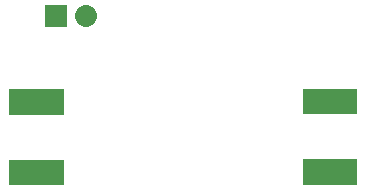
<source format=gbs>
G04 #@! TF.FileFunction,Soldermask,Bot*
%FSLAX46Y46*%
G04 Gerber Fmt 4.6, Leading zero omitted, Abs format (unit mm)*
G04 Created by KiCad (PCBNEW 4.0.6-e0-6349~53~ubuntu14.04.1) date Thu Apr 13 00:44:52 2017*
%MOMM*%
%LPD*%
G01*
G04 APERTURE LIST*
%ADD10C,0.100000*%
G04 APERTURE END LIST*
D10*
G36*
X134888500Y-96038500D02*
X130261500Y-96038500D01*
X130261500Y-93911500D01*
X134888500Y-93911500D01*
X134888500Y-96038500D01*
X134888500Y-96038500D01*
G37*
G36*
X159738500Y-96013500D02*
X155111500Y-96013500D01*
X155111500Y-93886500D01*
X159738500Y-93886500D01*
X159738500Y-96013500D01*
X159738500Y-96013500D01*
G37*
G36*
X134888500Y-90088500D02*
X130261500Y-90088500D01*
X130261500Y-87961500D01*
X134888500Y-87961500D01*
X134888500Y-90088500D01*
X134888500Y-90088500D01*
G37*
G36*
X159738500Y-90063500D02*
X155111500Y-90063500D01*
X155111500Y-87936500D01*
X159738500Y-87936500D01*
X159738500Y-90063500D01*
X159738500Y-90063500D01*
G37*
G36*
X136933637Y-80850732D02*
X136933642Y-80850733D01*
X136933685Y-80850738D01*
X137103995Y-80903458D01*
X137260823Y-80988254D01*
X137398193Y-81101897D01*
X137510874Y-81240057D01*
X137594573Y-81397472D01*
X137646103Y-81568147D01*
X137663500Y-81745580D01*
X137663500Y-81754454D01*
X137663426Y-81765119D01*
X137663425Y-81765125D01*
X137663411Y-81767174D01*
X137643538Y-81944347D01*
X137589630Y-82114286D01*
X137503741Y-82270517D01*
X137389142Y-82407091D01*
X137250199Y-82518804D01*
X137092203Y-82601402D01*
X136921173Y-82651739D01*
X136921142Y-82651742D01*
X136921128Y-82651746D01*
X136743626Y-82667900D01*
X136566363Y-82649268D01*
X136566358Y-82649267D01*
X136566315Y-82649262D01*
X136396005Y-82596542D01*
X136239177Y-82511746D01*
X136101807Y-82398103D01*
X135989126Y-82259943D01*
X135905427Y-82102528D01*
X135853897Y-81931853D01*
X135836500Y-81754420D01*
X135836500Y-81745546D01*
X135836574Y-81734881D01*
X135836575Y-81734875D01*
X135836589Y-81732826D01*
X135856462Y-81555653D01*
X135910370Y-81385714D01*
X135996259Y-81229483D01*
X136110858Y-81092909D01*
X136249801Y-80981196D01*
X136407797Y-80898598D01*
X136578827Y-80848261D01*
X136578858Y-80848258D01*
X136578872Y-80848254D01*
X136756374Y-80832100D01*
X136933637Y-80850732D01*
X136933637Y-80850732D01*
G37*
G36*
X135123500Y-82663500D02*
X133296500Y-82663500D01*
X133296500Y-80836500D01*
X135123500Y-80836500D01*
X135123500Y-82663500D01*
X135123500Y-82663500D01*
G37*
M02*

</source>
